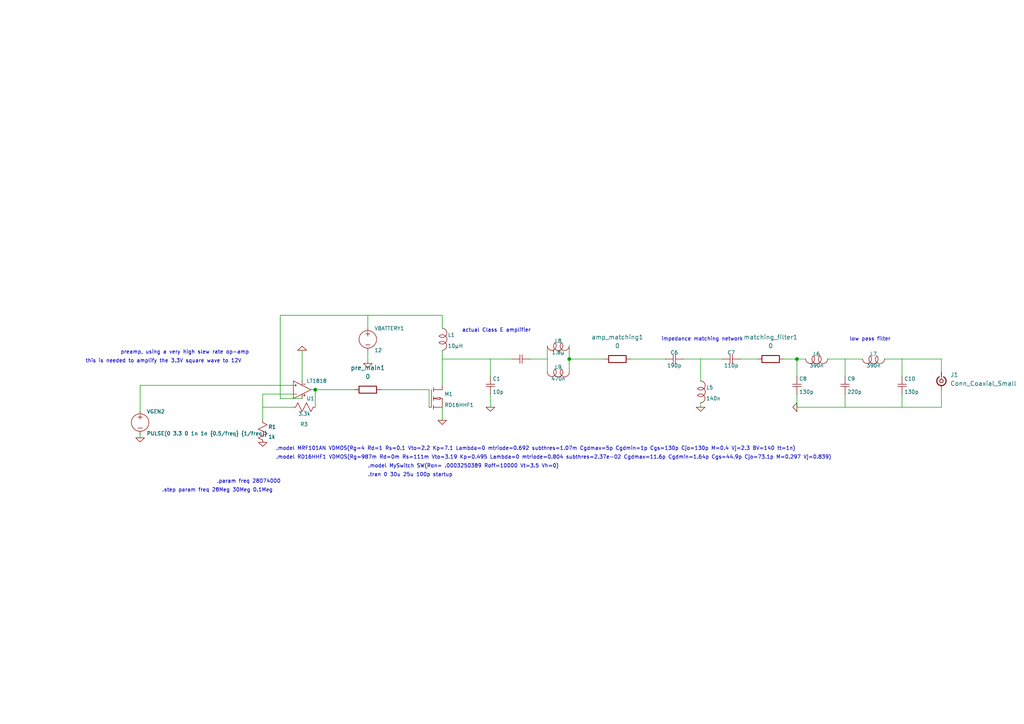
<source format=kicad_sch>
(kicad_sch (version 20231120) (generator "eeschema") (generator_version "8.0")
  (paper "A4")
  (title_block (title "10-meter band Class E amplifier") (date "2024-11-20") (rev "alpha") (company "Ben Goldberg") (comment 1 "Input: 3V3, planning to use a Raspberry Pi running FT8Pi") (comment 2 "Four modules:") (comment 3 "1. preamp (amplify 3V3 to 12V)") (comment 4 "2. Class E amplifier, self-explanatory. 12W.") (comment 5 "3. impedance matching to 75 ohms for antenna") (comment 6 "4. low pass filter to get rid of harmonics"))
  (lib_symbols
    (symbol "Connector:Conn_Coaxial_Small" (pin_numbers hide) (pin_names (offset 1.016) hide)
      (property "Reference" "J" (at 0.254 3.048 0))
      (property "Value" "Conn_Coaxial_Small" (at 0 -3.81 0))
      (symbol "Conn_Coaxial_Small_0_1"
        (polyline (pts (xy -2.54 0) (xy -0.508 0)))
        (circle (center 0 0) (radius 0.508) (stroke (width 0.2032)))
      )
      (symbol "Conn_Coaxial_Small_1_1"
        (arc (start -1.1916 -0.6311) (mid 0.327 -1.3081) (end 1.3484 0.0039) (stroke (width 0.3048)))
        (arc (start 1.3484 -0.0039) (mid 0.327 1.3081) (end -1.1916 0.6311) (stroke (width 0.3048)))
        (pin passive line (at -2.54 0 0) (length 1.27) (name "In") (number "1"))
        (pin passive line (at 2.54 0 180) (length 1.27) (name "Ext") (number "2"))
      )
    )
    (symbol "Device:R" (pin_numbers hide) (pin_names (offset 0))
      (property "Reference" "R" (at 2.032 0 90))
      (property "Value" "R" (at 0 0 90))
      (symbol "R_0_1"
        (rectangle (start -1.016 -2.54) (end 1.016 2.54) (stroke (width 0.254)))
      )
      (symbol "R_1_1"
        (pin passive line (at 0 3.81 270) (length 1.27) (name "~") (number "1"))
        (pin passive line (at 0 -3.81 90) (length 1.27) (name "~") (number "2"))
      )
    )
    (symbol "ltspice:GND" (power)
      (symbol "GND_0_0"
        (polyline (pts (xy 1.27 0) (xy -1.27 0) (xy 0 -1.1938) (xy 1.27 0) (xy -1.27 0) (xy 0 -1.1938)) (stroke (width 0.1524)))
        (pin power_in line (at 0 0 0) (length 0.0005) (name "") (number ""))
      )
    )
    (symbol "ltspice:OpAmps/LT1818" (pin_numbers hide)
      (symbol "OpAmps/LT1818_0_0"
        (polyline (pts (xy -2.54 -2.54) (xy -2.54 2.54)) (stroke (width 0.1524)))
        (polyline (pts (xy -1.905 -0.9652) (xy -1.905 -1.6002)) (stroke (width 0.1524)))
        (polyline (pts (xy -1.6002 -1.27) (xy -2.2352 -1.27)) (stroke (width 0.1524)))
        (polyline (pts (xy -1.6002 1.27) (xy -2.2352 1.27)) (stroke (width 0.1524)))
        (polyline (pts (xy 0 -1.27) (xy 0 -2.54)) (stroke (width 0.1524)))
        (polyline (pts (xy 0 1.27) (xy 0 2.54)) (stroke (width 0.1524)))
        (polyline (pts (xy 0.635 1.27) (xy 0.635 1.905)) (stroke (width 0.1524)))
        (polyline (pts (xy 0.9652 -1.6002) (xy 0.3302 -1.6002)) (stroke (width 0.1524)))
        (polyline (pts (xy 0.9652 1.6002) (xy 0.3302 1.6002)) (stroke (width 0.1524)))
        (polyline (pts (xy 2.54 0) (xy -2.54 -2.54)) (stroke (width 0.1524)))
        (polyline (pts (xy 2.54 0) (xy -2.54 2.54)) (stroke (width 0.1524)))
        (pin passive line (at -2.54 -1.27 0) (length 0.0005) (name "IN+") (number "1"))
        (pin passive line (at -2.54 1.27 0) (length 0.0005) (name "IN-") (number "2"))
        (pin passive line (at 2.54 0 0) (length 0.0005) (name "OUT") (number "3"))
        (pin passive line (at 0 2.54 0) (length 0.0005) (name "VCC") (number "4"))
        (pin passive line (at 0 -2.54 0) (length 0.0005) (name "VEE") (number "5"))
      )
    )
    (symbol "ltspice:cap" (pin_numbers hide)
      (symbol "cap_0_0"
        (polyline (pts (xy 1.27 -5.08) (xy 1.27 -2.8702)) (stroke (width 0.1524)))
        (polyline (pts (xy 1.27 0) (xy 1.27 -2.2352)) (stroke (width 0.1524)))
        (polyline (pts (xy 2.54 -2.8702) (xy 0 -2.8702)) (stroke (width 0.1524)))
        (polyline (pts (xy 2.54 -2.2352) (xy 0 -2.2352)) (stroke (width 0.1524)))
        (pin passive line (at 1.27 0 0) (length 0.0005) (name "") (number "1"))
        (pin passive line (at 1.27 -5.08 0) (length 0.0005) (name "") (number "2"))
      )
    )
    (symbol "ltspice:ind" (pin_numbers hide)
      (symbol "ind_0_0"
        (arc (start 0.3302 -5.4102) (mid 2.6171 -4.436) (end 0.3302 -3.5052) (stroke (width 0.1524)))
        (arc (start 0.3302 -3.5052) (mid 2.518 -3.0472) (end 1.27 -1.27) (stroke (width 0.1524)))
        (arc (start 1.27 -7.62) (mid 2.4433 -5.864) (end 0.3302 -5.4102) (stroke (width 0.1524)))
        (pin passive line (at 1.27 -1.27 0) (length 0.0005) (name "") (number "1"))
        (pin passive line (at 1.27 -7.62 0) (length 0.0005) (name "") (number "2"))
      )
    )
    (symbol "ltspice:nmos" (pin_numbers hide)
      (symbol "nmos_0_0"
        (polyline (pts (xy 0.635 -6.35) (xy 0 -6.35)) (stroke (width 0.1524)))
        (polyline (pts (xy 0.635 -6.35) (xy 0.635 -1.27)) (stroke (width 0.1524)))
        (polyline (pts (xy 1.27 -6.985) (xy 1.27 -5.715)) (stroke (width 0.1524)))
        (polyline (pts (xy 1.27 -4.445) (xy 1.27 -3.175)) (stroke (width 0.1524)))
        (polyline (pts (xy 1.27 -1.905) (xy 1.27 -0.635)) (stroke (width 0.1524)))
        (polyline (pts (xy 1.27 -1.27) (xy 3.81 -1.27)) (stroke (width 0.1524)))
        (polyline (pts (xy 3.175 -4.1402) (xy 1.27 -3.81)) (stroke (width 0.1524)))
        (polyline (pts (xy 3.175 -4.1402) (xy 3.175 -3.5052)) (stroke (width 0.1524)))
        (polyline (pts (xy 3.175 -3.5052) (xy 1.27 -3.81)) (stroke (width 0.1524)))
        (polyline (pts (xy 3.81 -7.62) (xy 3.81 -3.81)) (stroke (width 0.1524)))
        (polyline (pts (xy 3.81 -6.35) (xy 1.27 -6.35)) (stroke (width 0.1524)))
        (polyline (pts (xy 3.81 -3.81) (xy 3.175 -3.81)) (stroke (width 0.1524)))
        (polyline (pts (xy 3.81 -1.27) (xy 3.81 0)) (stroke (width 0.1524)))
        (pin passive line (at 3.81 0 0) (length 0.0005) (name "D") (number "1"))
        (pin passive line (at 0 -6.35 0) (length 0.0005) (name "G") (number "2"))
        (pin passive line (at 3.81 -7.62 0) (length 0.0005) (name "S") (number "3"))
      )
    )
    (symbol "ltspice:res" (pin_numbers hide)
      (symbol "res_0_0"
        (polyline (pts (xy 0 -6.35) (xy 2.54 -5.08)) (stroke (width 0.1524)))
        (polyline (pts (xy 0 -3.81) (xy 2.54 -2.54)) (stroke (width 0.1524)))
        (polyline (pts (xy 1.27 -7.62) (xy 1.27 -6.985)) (stroke (width 0.1524)))
        (polyline (pts (xy 1.27 -6.985) (xy 0 -6.35)) (stroke (width 0.1524)))
        (polyline (pts (xy 1.27 -1.905) (xy 1.27 -1.27)) (stroke (width 0.1524)))
        (polyline (pts (xy 2.54 -5.08) (xy 0 -3.81)) (stroke (width 0.1524)))
        (polyline (pts (xy 2.54 -2.54) (xy 1.27 -1.905)) (stroke (width 0.1524)))
        (pin passive line (at 1.27 -1.27 0) (length 0.0005) (name "") (number "1"))
        (pin passive line (at 1.27 -7.62 0) (length 0.0005) (name "") (number "2"))
      )
    )
    (symbol "ltspice:voltage" (pin_numbers hide)
      (symbol "voltage_0_0"
        (circle (center 0 -4.445) (radius 2.54) (stroke (width 0.1524)))
        (polyline (pts (xy 0 -6.985) (xy 0 -7.62)) (stroke (width 0.1524)))
        (polyline (pts (xy 0 -3.5052) (xy 0 -2.2352)) (stroke (width 0.1524)))
        (polyline (pts (xy 0 -1.905) (xy 0 -1.27)) (stroke (width 0.1524)))
        (polyline (pts (xy 0.635 -6.0452) (xy -0.635 -6.0452)) (stroke (width 0.1524)))
        (polyline (pts (xy 0.635 -2.8702) (xy -0.635 -2.8702)) (stroke (width 0.1524)))
        (pin passive line (at 0 -1.27 0) (length 0.0005) (name "+") (number "1"))
        (pin passive line (at 0 -7.62 0) (length 0.0005) (name "-") (number "2"))
      )
    )
  )
  (junction (at 91.44 113.03))
  (junction (at 165.1 104.14))
  (junction (at 231.14 104.14))
  (wire (pts (xy 128.27 119.38) (xy 128.27 118.11)) (stroke (width 0.1524)))
  (wire (pts (xy 142.24 118.11) (xy 142.24 114.3)) (stroke (width 0.1524)))
  (wire (pts (xy 128.27 104.14) (xy 128.27 101.6)) (stroke (width 0.1524)))
  (wire (pts (xy 203.2 110.49) (xy 203.2 104.14)) (stroke (width 0.1524)))
  (wire (pts (xy 245.11 104.14) (xy 240.03 104.14)) (stroke (width 0.1524)))
  (wire (pts (xy 148.59 104.14) (xy 142.24 104.14)) (stroke (width 0.1524)))
  (wire (pts (xy 40.64 119.38) (xy 40.64 111.76)) (stroke (width 0.1524)))
  (wire (pts (xy 165.1 100.33) (xy 165.1 104.14)) (stroke (width 0.1524)))
  (wire (pts (xy 273.05 107.95) (xy 273.05 104.14)) (stroke (width 0.1524)))
  (wire (pts (xy 165.1 104.14) (xy 175.26 104.14)))
  (wire (pts (xy 142.24 104.14) (xy 128.27 104.14)) (stroke (width 0.1524)))
  (wire (pts (xy 81.28 115.57) (xy 81.28 91.44)) (stroke (width 0.1524)))
  (wire (pts (xy 106.68 105.41) (xy 106.68 101.6)) (stroke (width 0.1524)))
  (wire (pts (xy 214.63 104.14) (xy 219.71 104.14)))
  (wire (pts (xy 85.09 114.3) (xy 76.2 114.3)) (stroke (width 0.1524)))
  (wire (pts (xy 85.09 118.11) (xy 76.2 118.11)) (stroke (width 0.1524)))
  (wire (pts (xy 76.2 118.11) (xy 76.2 114.3)) (stroke (width 0.1524)))
  (wire (pts (xy 273.05 113.03) (xy 273.05 118.11)) (stroke (width 0.1524)))
  (wire (pts (xy 203.2 104.14) (xy 198.12 104.14)) (stroke (width 0.1524)))
  (wire (pts (xy 76.2 121.92) (xy 76.2 118.11)) (stroke (width 0.1524)))
  (wire (pts (xy 250.19 104.14) (xy 245.11 104.14)) (stroke (width 0.1524)))
  (wire (pts (xy 91.44 113.03) (xy 90.17 113.03)) (stroke (width 0.1524)))
  (wire (pts (xy 128.27 121.92) (xy 128.27 119.38)) (stroke (width 0.1524)))
  (wire (pts (xy 261.62 109.22) (xy 261.62 104.14)) (stroke (width 0.1524)))
  (wire (pts (xy 158.75 107.95) (xy 158.75 104.14)) (stroke (width 0.1524)))
  (wire (pts (xy 231.14 118.11) (xy 231.14 114.3)) (stroke (width 0.1524)))
  (wire (pts (xy 245.11 118.11) (xy 231.14 118.11)) (stroke (width 0.1524)))
  (wire (pts (xy 227.33 104.14) (xy 231.14 104.14)))
  (wire (pts (xy 106.68 95.25) (xy 106.68 91.44)) (stroke (width 0.1524)))
  (wire (pts (xy 245.11 109.22) (xy 245.11 104.14)) (stroke (width 0.1524)))
  (wire (pts (xy 261.62 118.11) (xy 245.11 118.11)) (stroke (width 0.1524)))
  (wire (pts (xy 233.68 104.14) (xy 231.14 104.14)) (stroke (width 0.1524)))
  (wire (pts (xy 158.75 104.14) (xy 153.67 104.14)) (stroke (width 0.1524)))
  (wire (pts (xy 85.09 111.76) (xy 40.64 111.76)) (stroke (width 0.1524)))
  (wire (pts (xy 209.55 104.14) (xy 203.2 104.14)) (stroke (width 0.1524)))
  (wire (pts (xy 231.14 109.22) (xy 231.14 104.14)) (stroke (width 0.1524)))
  (wire (pts (xy 124.46 118.11) (xy 124.46 113.03)) (stroke (width 0.1524)))
  (wire (pts (xy 40.64 127) (xy 40.64 125.73)) (stroke (width 0.1524)))
  (wire (pts (xy 203.2 116.84) (xy 203.2 118.11)))
  (wire (pts (xy 128.27 111.76) (xy 128.27 104.14)) (stroke (width 0.1524)))
  (wire (pts (xy 87.63 115.57) (xy 81.28 115.57)) (stroke (width 0.1524)))
  (wire (pts (xy 261.62 118.11) (xy 261.62 114.3)) (stroke (width 0.1524)))
  (wire (pts (xy 91.44 118.11) (xy 91.44 113.03)) (stroke (width 0.1524)))
  (wire (pts (xy 273.05 104.14) (xy 261.62 104.14)) (stroke (width 0.1524)))
  (wire (pts (xy 87.63 110.49) (xy 87.63 101.6)) (stroke (width 0.1524)))
  (wire (pts (xy 128.27 91.44) (xy 106.68 91.44)) (stroke (width 0.1524)))
  (wire (pts (xy 142.24 109.22) (xy 142.24 104.14)) (stroke (width 0.1524)))
  (wire (pts (xy 165.1 104.14) (xy 165.1 107.95)) (stroke (width 0.1524)))
  (wire (pts (xy 182.88 104.14) (xy 193.04 104.14)))
  (wire (pts (xy 128.27 95.25) (xy 128.27 91.44)) (stroke (width 0.1524)))
  (wire (pts (xy 106.68 91.44) (xy 81.28 91.44)) (stroke (width 0.1524)))
  (wire (pts (xy 158.75 104.14) (xy 158.75 100.33)) (stroke (width 0.1524)))
  (wire (pts (xy 91.44 113.03) (xy 102.87 113.03)))
  (wire (pts (xy 273.05 118.11) (xy 261.62 118.11)) (stroke (width 0.1524)))
  (wire (pts (xy 261.62 104.14) (xy 256.54 104.14)) (stroke (width 0.1524)))
  (wire (pts (xy 110.49 113.03) (xy 124.46 113.03)))
  (wire (pts (xy 245.11 118.11) (xy 245.11 114.3)) (stroke (width 0.1524)))
  (text ".tran 0 30u 25u 100p startup" (at 106.68 137.795 0) (effects (font (size 1.0668 1.0668)) (justify left)))
  (text "impedance matching network" (at 191.77 98.425 0) (effects (font (size 1.0668 1.0668)) (justify left)))
  (text "this is needed to amplify the 3.3V square wave to 12V" (at 24.765 104.775 0) (effects (font (size 1.0668 1.0668)) (justify left)))
  (text ".model RD16HHF1 VDMOS(Rg=987m Rd=0m Rs=111m Vto=3.19 Kp=0.495 Lambda=0 mtriode=0.804 subthres=2.37e-02 Cgdmax=11.6p Cgdmin=1.64p Cgs=44.9p Cjo=73.1p M=0.297 Vj=0.839)" (at 80.01 132.715 0) (effects (font (size 1.0668 1.0668)) (justify left)))
  (text "actual Class E amplifier" (at 133.985 95.885 0) (effects (font (size 1.0668 1.0668)) (justify left)))
  (text ".model MySwitch SW(Ron= .0003250389 Roff=10000 Vt=3.5 Vh=0)" (at 106.68 135.255 0) (effects (font (size 1.0668 1.0668)) (justify left)))
  (text "preamp, using a very high slew rate op-amp" (at 34.925 102.235 0) (effects (font (size 1.0668 1.0668)) (justify left)))
  (text "low pass filter" (at 246.38 98.425 0) (effects (font (size 1.0668 1.0668)) (justify left)))
  (text ".param freq 28074000" (at 62.865 139.7 0) (effects (font (size 1.0668 1.0668)) (justify left)))
  (text ".step param freq 28Meg 30Meg 0.1Meg" (at 46.99 142.24 0) (effects (font (size 1.0668 1.0668)) (justify left)))
  (text ".model MRF101AN VDMOS(Rg=4 Rd=1 Rs=0.1 Vto=2.2 Kp=7.1 Lambda=0 mtriode=0.692 subthres=1.07m Cgdmax=5p Cgdmin=1p Cgs=130p Cjo=130p M=0.4 Vj=2.3 BV=140 tt=1n)" (at 80.01 130.175 0) (effects (font (size 1.0668 1.0668)) (justify left)))
  (symbol (lib_id "ltspice:cap") (at 229.87 109.22 0) (unit 1)
    (property "Reference" "C8" (at 231.775 109.855 0) (effects (font (size 1.0668 1.0668)) (justify left)))
    (property "Value" "130p" (at 231.775 113.665 0) (effects (font (size 1.0668 1.0668)) (justify left)))
    (property "Sim.Device" "C" (effects (hide yes)))
    (property "Sim.Params" "C=${VALUE}" (effects (hide yes)))
  )
  (symbol (lib_id "ltspice:GND") (at 128.27 121.92 0) (unit 1)
    (property "Reference" "#GND00" (effects (hide yes)))
    (property "Value" "0" (effects (hide yes)))
  )
  (symbol (lib_id "ltspice:nmos") (at 124.46 111.76 0) (unit 1)
    (property "Reference" "M1" (at 128.905 114.3 0) (effects (font (size 1.0668 1.0668)) (justify left)))
    (property "Value" "RD16HHF1" (at 128.905 117.475 0) (effects (font (size 1.0668 1.0668)) (justify left)))
    (property "Footprint" "Package_TO_SOT_THT:TO-220-3_Vertical" (effects (hide yes)))
    (property "Sim.Device" "SPICE" (effects (hide yes)))
    (property "Sim.Params" "model=\"RD16HHF1\"" (effects (hide yes)))
  )
  (symbol (lib_id "ltspice:OpAmps/LT1818") (at 87.63 113.03 0) (mirror x) (unit 1)
    (property "Reference" "U1" (at 88.9 115.57 0) (effects (font (size 1.0668 1.0668)) (justify left)))
    (property "Value" "LT1818" (at 88.9 110.49 0) (effects (font (size 1.0668 1.0668)) (justify left)))
    (property "Footprint" "LT1818:SOIC127P599X175-8N" (effects (hide yes)))
    (property "Value2" "LT1818" (effects (hide yes)))
    (property "Sim.Device" "SUBCKT" (effects (hide yes)))
    (property "Sim.Params" "model=\"LT1818\"" (effects (hide yes)))
  )
  (symbol (lib_id "ltspice:ind") (at 241.3 102.87 270) (unit 1)
    (property "Reference" "L6" (at 236.855 103.2764 90) (effects (font (size 1.0668 1.0668)) (justify bottom)))
    (property "Value" "390n" (at 236.855 105.41 90) (effects (font (size 1.0668 1.0668)) (justify top)))
    (property "Sim.Device" "L" (effects (hide yes)))
    (property "Sim.Params" "L=${VALUE}" (effects (hide yes)))
  )
  (symbol (lib_id "ltspice:res") (at 92.71 116.84 270) (unit 1)
    (property "Reference" "R3" (at 88.1888 123.6726 90) (effects (font (size 1.0668 1.0668)) (justify bottom)))
    (property "Value" "3.3k" (at 88.265 119.38 90) (effects (font (size 1.0668 1.0668)) (justify top)))
    (property "Sim.Device" "R" (effects (hide yes)))
    (property "Sim.Params" "R=${VALUE}" (effects (hide yes)))
  )
  (symbol (lib_id "ltspice:GND") (at 142.24 118.11 0) (unit 1)
    (property "Reference" "#GND02" (effects (hide yes)))
    (property "Value" "0" (effects (hide yes)))
  )
  (symbol (lib_id "ltspice:cap") (at 198.12 102.87 270) (unit 1)
    (property "Reference" "C6" (at 195.58 102.87 90) (effects (font (size 1.0668 1.0668)) (justify bottom)))
    (property "Value" "190p" (at 195.58 105.41 90) (effects (font (size 1.0668 1.0668)) (justify top)))
    (property "Footprint" "Capacitor_SMD:C_0805_2012Metric" (effects (hide yes)))
    (property "Sim.Device" "C" (effects (hide yes)))
    (property "Sim.Params" "C=${VALUE}" (effects (hide yes)))
  )
  (symbol (lib_id "ltspice:ind") (at 166.37 99.06 270) (unit 1)
    (property "Reference" "L8" (at 161.925 99.4664 90) (effects (font (size 1.0668 1.0668)) (justify bottom)))
    (property "Value" "1.8µ" (at 161.925 101.6 90) (effects (font (size 1.0668 1.0668)) (justify top)))
    (property "Footprint" "1.8uH:LQH43MN470K03L" (effects (hide yes)))
    (property "Sim.Device" "L" (effects (hide yes)))
    (property "Sim.Params" "L=${VALUE}" (effects (hide yes)))
  )
  (symbol (lib_id "ltspice:cap") (at 260.35 109.22 0) (unit 1)
    (property "Reference" "C10" (at 262.255 109.855 0) (effects (font (size 1.0668 1.0668)) (justify left)))
    (property "Value" "130p" (at 262.255 113.665 0) (effects (font (size 1.0668 1.0668)) (justify left)))
    (property "Sim.Device" "C" (effects (hide yes)))
    (property "Sim.Params" "C=${VALUE}" (effects (hide yes)))
  )
  (symbol (lib_id "ltspice:voltage") (at 106.68 93.98 0) (unit 1)
    (property "Reference" "VBATTERY1" (at 108.585 95.25 0) (effects (font (size 1.0668 1.0668)) (justify left)))
    (property "Value" "12" (at 108.585 101.6 0) (effects (font (size 1.0668 1.0668)) (justify left)))
    (property "Sim.Device" "SPICE" (effects (hide yes)))
    (property "Sim.Params" "type=\"V\" model=\"${VALUE}\" " (effects (hide yes)))
  )
  (symbol (lib_id "ltspice:cap") (at 214.63 102.87 270) (unit 1)
    (property "Reference" "C7" (at 212.09 102.87 90) (effects (font (size 1.0668 1.0668)) (justify bottom)))
    (property "Value" "110p" (at 212.09 105.41 90) (effects (font (size 1.0668 1.0668)) (justify top)))
    (property "Sim.Device" "C" (effects (hide yes)))
    (property "Sim.Params" "C=${VALUE}" (effects (hide yes)))
  )
  (symbol (lib_id "ltspice:ind") (at 201.93 109.22 0) (unit 1)
    (property "Reference" "L5" (at 204.8002 112.395 0) (effects (font (size 1.0668 1.0668)) (justify left)))
    (property "Value" "140n" (at 204.8002 115.57 0) (effects (font (size 1.0668 1.0668)) (justify left)))
    (property "Sim.Device" "L" (effects (hide yes)))
    (property "Sim.Params" "L=${VALUE}" (effects (hide yes)))
  )
  (symbol (lib_id "Connector:Conn_Coaxial_Small") (at 273.05 110.49 270) (unit 1)
    (property "Reference" "J1" (at 275.59 108.7003 90) (effects (justify left)))
    (property "Value" "Conn_Coaxial_Small" (at 275.59 111.2403 90) (effects (justify left)))
    (property "Description" "small coaxial connector (BNC, SMA, SMB, SMC, Cinch/RCA, LEMO, ...)" (effects (hide yes)))
  )
  (symbol (lib_id "ltspice:ind") (at 166.37 106.68 270) (unit 1)
    (property "Reference" "L9" (at 161.925 107.0864 90) (effects (font (size 1.0668 1.0668)) (justify bottom)))
    (property "Value" "470n" (at 161.925 109.22 90) (effects (font (size 1.0668 1.0668)) (justify top)))
    (property "Sim.Device" "L" (effects (hide yes)))
    (property "Sim.Params" "L=${VALUE}" (effects (hide yes)))
  )
  (symbol (lib_id "ltspice:ind") (at 257.81 102.87 270) (unit 1)
    (property "Reference" "L7" (at 253.365 103.2764 90) (effects (font (size 1.0668 1.0668)) (justify bottom)))
    (property "Value" "390n" (at 253.365 105.41 90) (effects (font (size 1.0668 1.0668)) (justify top)))
    (property "Sim.Device" "L" (effects (hide yes)))
    (property "Sim.Params" "L=${VALUE}" (effects (hide yes)))
  )
  (symbol (lib_id "ltspice:GND") (at 231.14 118.11 270) (unit 1)
    (property "Reference" "#GND08" (effects (hide yes)))
    (property "Value" "0" (effects (hide yes)))
  )
  (symbol (lib_id "ltspice:ind") (at 127 93.98 0) (unit 1)
    (property "Reference" "L1" (at 129.8702 97.155 0) (effects (font (size 1.0668 1.0668)) (justify left)))
    (property "Value" "10µH" (at 129.8702 100.33 0) (effects (font (size 1.0668 1.0668)) (justify left)))
    (property "Footprint" "10uH:B82144B__6.5D_" (effects (hide yes)))
    (property "Sim.Device" "L" (effects (hide yes)))
    (property "Sim.Params" "L=${VALUE}" (effects (hide yes)))
  )
  (symbol (lib_id "ltspice:voltage") (at 40.64 118.11 0) (unit 1)
    (property "Reference" "VGEN2" (at 42.545 119.38 0) (effects (font (size 1.0668 1.0668)) (justify left)))
    (property "Value" "PULSE(0 3.3 0 1n 1n {0.5/freq} {1/freq})" (at 42.545 125.73 0) (effects (font (size 1.0668 1.0668)) (justify left)))
    (property "Sim.Device" "SPICE" (effects (hide yes)))
    (property "Sim.Params" "type=\"V\" model=\"${VALUE}\" " (effects (hide yes)))
  )
  (symbol (lib_id "Device:R") (at 179.07 104.14 90) (unit 1)
    (property "Reference" "amp_matching1" (at 179.07 97.79 90))
    (property "Value" "0" (at 179.07 100.33 90))
    (property "Description" "Resistor" (effects (hide yes)))
  )
  (symbol (lib_id "ltspice:res") (at 74.93 120.65 0) (unit 1)
    (property "Reference" "R1" (at 77.8002 123.825 0) (effects (font (size 1.0668 1.0668)) (justify left)))
    (property "Value" "1k" (at 77.8002 126.6952 0) (effects (font (size 1.0668 1.0668)) (justify left)))
    (property "Sim.Device" "R" (effects (hide yes)))
    (property "Sim.Params" "R=${VALUE}" (effects (hide yes)))
  )
  (symbol (lib_id "ltspice:GND") (at 87.63 101.6 180) (unit 1)
    (property "Reference" "#GND06" (effects (hide yes)))
    (property "Value" "0" (effects (hide yes)))
  )
  (symbol (lib_id "ltspice:cap") (at 153.67 102.87 270) (unit 1)
    (property "Reference" "C2" (effects (hide yes)))
    (property "Value" "100pF" (effects (hide yes)))
    (property "Footprint" "Capacitor_SMD:C_0603_1608Metric" (effects (hide yes)))
    (property "Sim.Device" "C" (effects (hide yes)))
    (property "Sim.Params" "C=${VALUE}" (effects (hide yes)))
  )
  (symbol (lib_id "ltspice:GND") (at 76.2 128.27 0) (unit 1)
    (property "Reference" "#GND05" (effects (hide yes)))
    (property "Value" "0" (effects (hide yes)))
  )
  (symbol (lib_id "ltspice:GND") (at 203.2 118.11 0) (unit 1)
    (property "Reference" "#GND03" (effects (hide yes)))
    (property "Value" "0" (effects (hide yes)))
  )
  (symbol (lib_id "Device:R") (at 106.68 113.03 90) (unit 1)
    (property "Reference" "pre_main1" (at 106.68 106.68 90))
    (property "Value" "0" (at 106.68 109.22 90))
    (property "Description" "Resistor" (effects (hide yes)))
  )
  (symbol (lib_id "ltspice:cap") (at 243.84 109.22 0) (unit 1)
    (property "Reference" "C9" (at 245.745 109.855 0) (effects (font (size 1.0668 1.0668)) (justify left)))
    (property "Value" "220p" (at 245.745 113.665 0) (effects (font (size 1.0668 1.0668)) (justify left)))
    (property "Sim.Device" "C" (effects (hide yes)))
    (property "Sim.Params" "C=${VALUE}" (effects (hide yes)))
  )
  (symbol (lib_id "ltspice:GND") (at 106.68 105.41 0) (unit 1)
    (property "Reference" "#GND01" (effects (hide yes)))
    (property "Value" "0" (effects (hide yes)))
  )
  (symbol (lib_id "Device:R") (at 223.52 104.14 90) (unit 1)
    (property "Reference" "matching_filter1" (at 223.52 97.79 90))
    (property "Value" "0" (at 223.52 100.33 90))
    (property "Description" "Resistor" (effects (hide yes)))
  )
  (symbol (lib_id "ltspice:cap") (at 140.97 109.22 0) (unit 1)
    (property "Reference" "C1" (at 142.875 109.855 0) (effects (font (size 1.0668 1.0668)) (justify left)))
    (property "Value" "10p" (at 142.875 113.665 0) (effects (font (size 1.0668 1.0668)) (justify left)))
    (property "Footprint" "Capacitor_SMD:C_0805_2012Metric" (effects (hide yes)))
    (property "Sim.Device" "C" (effects (hide yes)))
    (property "Sim.Params" "C=${VALUE}" (effects (hide yes)))
  )
  (symbol (lib_id "ltspice:GND") (at 40.64 127 0) (unit 1)
    (property "Reference" "#GND04" (effects (hide yes)))
    (property "Value" "0" (effects (hide yes)))
  )
)
</source>
